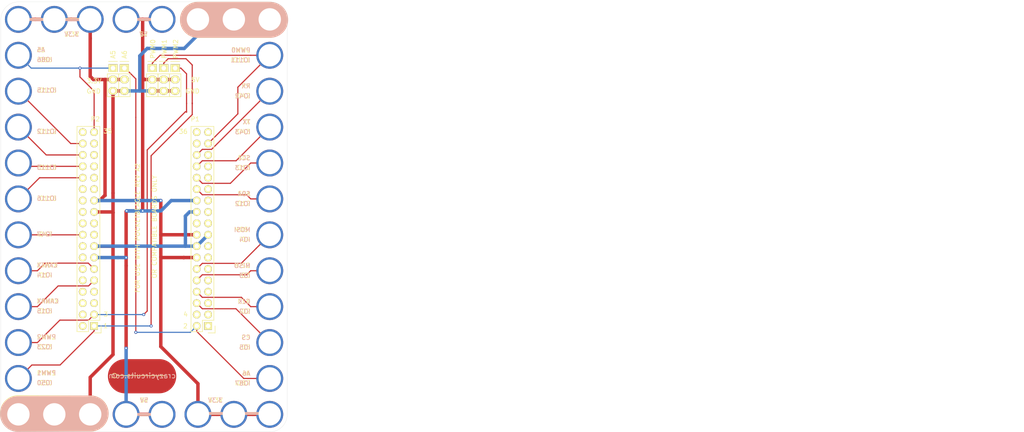
<source format=kicad_pcb>
(kicad_pcb (version 4) (host pcbnew 4.0.7-e2-6376~58~ubuntu16.04.1)

  (general
    (links 58)
    (no_connects 0)
    (area 35.018999 27.8 263.164559 126.083321)
    (thickness 1.6)
    (drawings 12)
    (tracks 206)
    (zones 0)
    (modules 7)
    (nets 24)
  )

  (page USLetter)
  (title_block
    (title "8x12 PocketBeagle Breakout")
    (date "02 Aug 2018")
    (rev 1.0)
    (company "All rights reserved.")
    (comment 1 help@browndoggadgets.com)
    (comment 2 http://browndoggadgets.com/)
    (comment 3 "Brown Dog Gadgets")
  )

  (layers
    (0 F.Cu signal)
    (31 B.Cu signal)
    (34 B.Paste user)
    (35 F.Paste user)
    (36 B.SilkS user)
    (37 F.SilkS user)
    (38 B.Mask user)
    (39 F.Mask user)
    (40 Dwgs.User user)
    (44 Edge.Cuts user)
    (46 B.CrtYd user)
    (47 F.CrtYd user)
    (48 B.Fab user)
    (49 F.Fab user)
  )

  (setup
    (last_trace_width 0.254)
    (user_trace_width 0.1524)
    (user_trace_width 0.254)
    (user_trace_width 0.3302)
    (user_trace_width 0.508)
    (user_trace_width 0.762)
    (user_trace_width 1.27)
    (trace_clearance 0.254)
    (zone_clearance 0.508)
    (zone_45_only no)
    (trace_min 0.1524)
    (segment_width 0.1524)
    (edge_width 0.1524)
    (via_size 0.6858)
    (via_drill 0.3302)
    (via_min_size 0.6858)
    (via_min_drill 0.3302)
    (user_via 0.6858 0.3302)
    (user_via 0.762 0.4064)
    (user_via 0.8636 0.508)
    (uvia_size 0.6858)
    (uvia_drill 0.3302)
    (uvias_allowed no)
    (uvia_min_size 0)
    (uvia_min_drill 0)
    (pcb_text_width 0.1524)
    (pcb_text_size 1.016 1.016)
    (mod_edge_width 0.1524)
    (mod_text_size 1.016 1.016)
    (mod_text_width 0.1524)
    (pad_size 6 6)
    (pad_drill 4.98)
    (pad_to_mask_clearance 0.0762)
    (solder_mask_min_width 0.1016)
    (pad_to_paste_clearance -0.0762)
    (aux_axis_origin 0 0)
    (visible_elements FFFEDF7D)
    (pcbplotparams
      (layerselection 0x310fc_80000001)
      (usegerberextensions true)
      (excludeedgelayer true)
      (linewidth 0.100000)
      (plotframeref false)
      (viasonmask false)
      (mode 1)
      (useauxorigin false)
      (hpglpennumber 1)
      (hpglpenspeed 20)
      (hpglpendiameter 15)
      (hpglpenoverlay 2)
      (psnegative false)
      (psa4output false)
      (plotreference true)
      (plotvalue true)
      (plotinvisibletext false)
      (padsonsilk false)
      (subtractmaskfromsilk false)
      (outputformat 1)
      (mirror false)
      (drillshape 0)
      (scaleselection 1)
      (outputdirectory gerbers))
  )

  (net 0 "")
  (net 1 3.3V)
  (net 2 GND)
  (net 3 /A6)
  (net 4 /A5)
  (net 5 5V)
  (net 6 /GPIO116)
  (net 7 /GPIO113)
  (net 8 /GPIO115)
  (net 9 /GPIO112)
  (net 10 /GPIO47)
  (net 11 /PWM1)
  (net 12 /PWM2)
  (net 13 /CAN_RX)
  (net 14 /CAN_TX)
  (net 15 /SPI_CS)
  (net 16 /SPI_CLK)
  (net 17 /SPI_MISO)
  (net 18 /SPI_MOSI)
  (net 19 /I2C_SDA)
  (net 20 /I2C_SCL)
  (net 21 /UART_TX)
  (net 22 /UART_RX)
  (net 23 /PWM0)

  (net_class Default "This is the default net class."
    (clearance 0.254)
    (trace_width 0.254)
    (via_dia 0.6858)
    (via_drill 0.3302)
    (uvia_dia 0.6858)
    (uvia_drill 0.3302)
    (add_net /A5)
    (add_net /A6)
    (add_net /CAN_RX)
    (add_net /CAN_TX)
    (add_net /GPIO112)
    (add_net /GPIO113)
    (add_net /GPIO115)
    (add_net /GPIO116)
    (add_net /GPIO47)
    (add_net /I2C_SCL)
    (add_net /I2C_SDA)
    (add_net /PWM0)
    (add_net /PWM1)
    (add_net /PWM2)
    (add_net /SPI_CLK)
    (add_net /SPI_CS)
    (add_net /SPI_MISO)
    (add_net /SPI_MOSI)
    (add_net /UART_RX)
    (add_net /UART_TX)
    (add_net 3.3V)
    (add_net 5V)
    (add_net GND)
  )

  (module Crazy_NonLego:CONN-HEADER-STRAIGHT-P2.54MM-1x03 (layer F.Cu) (tedit 5B673889) (tstamp 5B6466A4)
    (at 60.452 44.7675)
    (descr "Through hole pin header")
    (tags "pin header")
    (path /5B67D38F)
    (fp_text reference J4 (at 0.25 3) (layer F.Fab)
      (effects (font (size 1 1) (thickness 0.15)))
    )
    (fp_text value HEADER (at -3 3 90) (layer F.Fab) hide
      (effects (font (size 1 1) (thickness 0.15)))
    )
    (fp_line (start 1.25 6.9) (end -1.25 6.9) (layer F.Fab) (width 0.0508))
    (fp_line (start 1.25 -1.75) (end 1.25 6.9) (layer F.Fab) (width 0.0508))
    (fp_line (start -1.25 -1.75) (end -1.25 6.9) (layer F.Fab) (width 0.0508))
    (fp_line (start 1.25 -1.75) (end -1.25 -1.75) (layer F.Fab) (width 0.0508))
    (fp_text user %R (at 0 -2.75) (layer F.SilkS) hide
      (effects (font (size 1 1) (thickness 0.15)))
    )
    (fp_line (start -1.25 -1.75) (end -1.25 6.85) (layer F.CrtYd) (width 0.05))
    (fp_line (start 1.25 -1.75) (end 1.25 6.85) (layer F.CrtYd) (width 0.05))
    (fp_line (start -1.25 -1.75) (end 1.25 -1.75) (layer F.CrtYd) (width 0.05))
    (fp_line (start -1.25 6.85) (end 1.25 6.85) (layer F.CrtYd) (width 0.05))
    (fp_line (start -1.27 1.27) (end -1.27 6.35) (layer F.SilkS) (width 0.15))
    (fp_line (start -1.27 6.35) (end 1.27 6.35) (layer F.SilkS) (width 0.15))
    (fp_line (start 1.27 6.35) (end 1.27 1.27) (layer F.SilkS) (width 0.15))
    (fp_line (start 1.27 1.27) (end -1.27 1.27) (layer F.SilkS) (width 0.15))
    (fp_line (start -1 -1.5) (end 1 -1.5) (layer F.SilkS) (width 0.15))
    (pad 1 thru_hole rect (at 0 0) (size 2.032 1.7272) (drill 1.016) (layers *.Cu *.Mask F.SilkS)
      (net 4 /A5))
    (pad 2 thru_hole oval (at 0 2.54) (size 2.032 1.7272) (drill 1.016) (layers *.Cu *.Mask F.SilkS)
      (net 1 3.3V))
    (pad 3 thru_hole oval (at 0 5.08) (size 2.032 1.7272) (drill 1.016) (layers *.Cu *.Mask F.SilkS)
      (net 2 GND))
  )

  (module Crazy_NonLego:CONN-HEADER-STRAIGHT-P2.54MM-1x03 (layer F.Cu) (tedit 5B673884) (tstamp 5B64667A)
    (at 62.992 44.7675)
    (descr "Through hole pin header")
    (tags "pin header")
    (path /5B67DF01)
    (fp_text reference J5 (at 0.25 3) (layer F.Fab)
      (effects (font (size 1 1) (thickness 0.15)))
    )
    (fp_text value HEADER (at -3 3 90) (layer F.Fab) hide
      (effects (font (size 1 1) (thickness 0.15)))
    )
    (fp_line (start 1.25 6.9) (end -1.25 6.9) (layer F.Fab) (width 0.0508))
    (fp_line (start 1.25 -1.75) (end 1.25 6.9) (layer F.Fab) (width 0.0508))
    (fp_line (start -1.25 -1.75) (end -1.25 6.9) (layer F.Fab) (width 0.0508))
    (fp_line (start 1.25 -1.75) (end -1.25 -1.75) (layer F.Fab) (width 0.0508))
    (fp_text user %R (at 0 -2.75) (layer F.SilkS) hide
      (effects (font (size 1 1) (thickness 0.15)))
    )
    (fp_line (start -1.25 -1.75) (end -1.25 6.85) (layer F.CrtYd) (width 0.05))
    (fp_line (start 1.25 -1.75) (end 1.25 6.85) (layer F.CrtYd) (width 0.05))
    (fp_line (start -1.25 -1.75) (end 1.25 -1.75) (layer F.CrtYd) (width 0.05))
    (fp_line (start -1.25 6.85) (end 1.25 6.85) (layer F.CrtYd) (width 0.05))
    (fp_line (start -1.27 1.27) (end -1.27 6.35) (layer F.SilkS) (width 0.15))
    (fp_line (start -1.27 6.35) (end 1.27 6.35) (layer F.SilkS) (width 0.15))
    (fp_line (start 1.27 6.35) (end 1.27 1.27) (layer F.SilkS) (width 0.15))
    (fp_line (start 1.27 1.27) (end -1.27 1.27) (layer F.SilkS) (width 0.15))
    (fp_line (start -1 -1.5) (end 1 -1.5) (layer F.SilkS) (width 0.15))
    (pad 1 thru_hole rect (at 0 0) (size 2.032 1.7272) (drill 1.016) (layers *.Cu *.Mask F.SilkS)
      (net 3 /A6))
    (pad 2 thru_hole oval (at 0 2.54) (size 2.032 1.7272) (drill 1.016) (layers *.Cu *.Mask F.SilkS)
      (net 1 3.3V))
    (pad 3 thru_hole oval (at 0 5.08) (size 2.032 1.7272) (drill 1.016) (layers *.Cu *.Mask F.SilkS)
      (net 2 GND))
  )

  (module Crazy_NonLego:CONN-HEADER-STRAIGHT-P2.54MM-1x03 (layer F.Cu) (tedit 5AF1BEF3) (tstamp 5B6898A8)
    (at 69.215 44.7675)
    (descr "Through hole pin header")
    (tags "pin header")
    (path /5B687160)
    (fp_text reference J1 (at 0.25 3 180) (layer F.Fab)
      (effects (font (size 1 1) (thickness 0.15)))
    )
    (fp_text value HEADER (at -3 3 90) (layer F.Fab) hide
      (effects (font (size 1 1) (thickness 0.15)))
    )
    (fp_line (start 1.25 6.9) (end -1.25 6.9) (layer F.Fab) (width 0.0508))
    (fp_line (start 1.25 -1.75) (end 1.25 6.9) (layer F.Fab) (width 0.0508))
    (fp_line (start -1.25 -1.75) (end -1.25 6.9) (layer F.Fab) (width 0.0508))
    (fp_line (start 1.25 -1.75) (end -1.25 -1.75) (layer F.Fab) (width 0.0508))
    (fp_text user %R (at 0 -2.75) (layer F.SilkS) hide
      (effects (font (size 1 1) (thickness 0.15)))
    )
    (fp_line (start -1.25 -1.75) (end -1.25 6.85) (layer F.CrtYd) (width 0.05))
    (fp_line (start 1.25 -1.75) (end 1.25 6.85) (layer F.CrtYd) (width 0.05))
    (fp_line (start -1.25 -1.75) (end 1.25 -1.75) (layer F.CrtYd) (width 0.05))
    (fp_line (start -1.25 6.85) (end 1.25 6.85) (layer F.CrtYd) (width 0.05))
    (fp_line (start -1.27 1.27) (end -1.27 6.35) (layer F.SilkS) (width 0.15))
    (fp_line (start -1.27 6.35) (end 1.27 6.35) (layer F.SilkS) (width 0.15))
    (fp_line (start 1.27 6.35) (end 1.27 1.27) (layer F.SilkS) (width 0.15))
    (fp_line (start 1.27 1.27) (end -1.27 1.27) (layer F.SilkS) (width 0.15))
    (fp_line (start -1 -1.5) (end 1 -1.5) (layer F.SilkS) (width 0.15))
    (pad 1 thru_hole rect (at 0 0) (size 2.032 1.7272) (drill 1.016) (layers *.Cu *.Mask F.SilkS)
      (net 23 /PWM0))
    (pad 2 thru_hole oval (at 0 2.54) (size 2.032 1.7272) (drill 1.016) (layers *.Cu *.Mask F.SilkS)
      (net 5 5V))
    (pad 3 thru_hole oval (at 0 5.08) (size 2.032 1.7272) (drill 1.016) (layers *.Cu *.Mask F.SilkS)
      (net 2 GND))
  )

  (module Crazy_NonLego:CONN-HEADER-STRAIGHT-P2.54MM-1x03 (layer F.Cu) (tedit 5AF1BEF3) (tstamp 5B6898BD)
    (at 71.755 44.7675)
    (descr "Through hole pin header")
    (tags "pin header")
    (path /5B68720A)
    (fp_text reference J2 (at 0.25 3 180) (layer F.Fab)
      (effects (font (size 1 1) (thickness 0.15)))
    )
    (fp_text value HEADER (at -3 3 90) (layer F.Fab) hide
      (effects (font (size 1 1) (thickness 0.15)))
    )
    (fp_line (start 1.25 6.9) (end -1.25 6.9) (layer F.Fab) (width 0.0508))
    (fp_line (start 1.25 -1.75) (end 1.25 6.9) (layer F.Fab) (width 0.0508))
    (fp_line (start -1.25 -1.75) (end -1.25 6.9) (layer F.Fab) (width 0.0508))
    (fp_line (start 1.25 -1.75) (end -1.25 -1.75) (layer F.Fab) (width 0.0508))
    (fp_text user %R (at 0 -2.75) (layer F.SilkS) hide
      (effects (font (size 1 1) (thickness 0.15)))
    )
    (fp_line (start -1.25 -1.75) (end -1.25 6.85) (layer F.CrtYd) (width 0.05))
    (fp_line (start 1.25 -1.75) (end 1.25 6.85) (layer F.CrtYd) (width 0.05))
    (fp_line (start -1.25 -1.75) (end 1.25 -1.75) (layer F.CrtYd) (width 0.05))
    (fp_line (start -1.25 6.85) (end 1.25 6.85) (layer F.CrtYd) (width 0.05))
    (fp_line (start -1.27 1.27) (end -1.27 6.35) (layer F.SilkS) (width 0.15))
    (fp_line (start -1.27 6.35) (end 1.27 6.35) (layer F.SilkS) (width 0.15))
    (fp_line (start 1.27 6.35) (end 1.27 1.27) (layer F.SilkS) (width 0.15))
    (fp_line (start 1.27 1.27) (end -1.27 1.27) (layer F.SilkS) (width 0.15))
    (fp_line (start -1 -1.5) (end 1 -1.5) (layer F.SilkS) (width 0.15))
    (pad 1 thru_hole rect (at 0 0) (size 2.032 1.7272) (drill 1.016) (layers *.Cu *.Mask F.SilkS)
      (net 11 /PWM1))
    (pad 2 thru_hole oval (at 0 2.54) (size 2.032 1.7272) (drill 1.016) (layers *.Cu *.Mask F.SilkS)
      (net 5 5V))
    (pad 3 thru_hole oval (at 0 5.08) (size 2.032 1.7272) (drill 1.016) (layers *.Cu *.Mask F.SilkS)
      (net 2 GND))
  )

  (module Crazy_NonLego:CONN-HEADER-STRAIGHT-P2.54MM-1x03 (layer F.Cu) (tedit 5AF1BEF3) (tstamp 5B6898D2)
    (at 74.295 44.7675)
    (descr "Through hole pin header")
    (tags "pin header")
    (path /5B68755C)
    (fp_text reference J3 (at 0.25 3 180) (layer F.Fab)
      (effects (font (size 1 1) (thickness 0.15)))
    )
    (fp_text value HEADER (at -3 3 90) (layer F.Fab) hide
      (effects (font (size 1 1) (thickness 0.15)))
    )
    (fp_line (start 1.25 6.9) (end -1.25 6.9) (layer F.Fab) (width 0.0508))
    (fp_line (start 1.25 -1.75) (end 1.25 6.9) (layer F.Fab) (width 0.0508))
    (fp_line (start -1.25 -1.75) (end -1.25 6.9) (layer F.Fab) (width 0.0508))
    (fp_line (start 1.25 -1.75) (end -1.25 -1.75) (layer F.Fab) (width 0.0508))
    (fp_text user %R (at 0 -2.75) (layer F.SilkS) hide
      (effects (font (size 1 1) (thickness 0.15)))
    )
    (fp_line (start -1.25 -1.75) (end -1.25 6.85) (layer F.CrtYd) (width 0.05))
    (fp_line (start 1.25 -1.75) (end 1.25 6.85) (layer F.CrtYd) (width 0.05))
    (fp_line (start -1.25 -1.75) (end 1.25 -1.75) (layer F.CrtYd) (width 0.05))
    (fp_line (start -1.25 6.85) (end 1.25 6.85) (layer F.CrtYd) (width 0.05))
    (fp_line (start -1.27 1.27) (end -1.27 6.35) (layer F.SilkS) (width 0.15))
    (fp_line (start -1.27 6.35) (end 1.27 6.35) (layer F.SilkS) (width 0.15))
    (fp_line (start 1.27 6.35) (end 1.27 1.27) (layer F.SilkS) (width 0.15))
    (fp_line (start 1.27 1.27) (end -1.27 1.27) (layer F.SilkS) (width 0.15))
    (fp_line (start -1 -1.5) (end 1 -1.5) (layer F.SilkS) (width 0.15))
    (pad 1 thru_hole rect (at 0 0) (size 2.032 1.7272) (drill 1.016) (layers *.Cu *.Mask F.SilkS)
      (net 12 /PWM2))
    (pad 2 thru_hole oval (at 0 2.54) (size 2.032 1.7272) (drill 1.016) (layers *.Cu *.Mask F.SilkS)
      (net 5 5V))
    (pad 3 thru_hole oval (at 0 5.08) (size 2.032 1.7272) (drill 1.016) (layers *.Cu *.Mask F.SilkS)
      (net 2 GND))
  )

  (module Crazy_Circuits:LOGO-CRAZY-1x2 (layer F.Cu) (tedit 58FE5DC6) (tstamp 5B68EB16)
    (at 66.929 117.348)
    (descr LOGO)
    (tags LOGO)
    (fp_text reference LOGO (at 0 -3.52806) (layer F.Fab)
      (effects (font (size 1 1) (thickness 0.15)))
    )
    (fp_text value "BROWN DOG" (at -0.381 -10.414) (layer B.SilkS) hide
      (effects (font (size 1.27 1.27) (thickness 0.254)) (justify mirror))
    )
    (fp_text user crazycircuits.com (at 0 -4.064) (layer B.SilkS)
      (effects (font (size 1.143 1.143) (thickness 0.1778)) (justify mirror))
    )
    (fp_line (start 6.096 -5.2705) (end 4.953 -4.318) (layer F.Mask) (width 0.1524))
    (fp_line (start 4.7625 -4.318) (end 6.096 -5.2705) (layer F.Mask) (width 0.1524))
    (fp_line (start 5.715 -5.1435) (end 4.7625 -4.318) (layer F.Mask) (width 0.1524))
    (fp_line (start 4.6355 -4.3815) (end 5.715 -5.1435) (layer F.Mask) (width 0.1524))
    (fp_line (start 5.5245 -5.08) (end 4.6355 -4.3815) (layer F.Mask) (width 0.1524))
    (fp_line (start 4.3815 -4.318) (end 5.5245 -5.08) (layer F.Mask) (width 0.1524))
    (fp_line (start 5.207 -4.953) (end 4.3815 -4.318) (layer F.Mask) (width 0.1524))
    (fp_line (start 4.2545 -4.3815) (end 5.207 -4.953) (layer F.Mask) (width 0.1524))
    (fp_line (start 5.0165 -4.953) (end 4.2545 -4.3815) (layer F.Mask) (width 0.1524))
    (fp_line (start 4.2545 -4.5085) (end 5.0165 -4.953) (layer F.Mask) (width 0.1524))
    (fp_line (start 4.7625 -4.953) (end 4.2545 -4.5085) (layer F.Mask) (width 0.1524))
    (fp_line (start 4.191 -4.6355) (end 4.7625 -4.953) (layer F.Mask) (width 0.1524))
    (fp_line (start 4.7625 -5.1435) (end 4.191 -4.6355) (layer F.Mask) (width 0.1524))
    (fp_line (start 4.7625 -5.2705) (end 4.1275 -4.7625) (layer F.Mask) (width 0.1524))
    (fp_line (start 4.8895 -5.461) (end 4.064 -4.8895) (layer F.Mask) (width 0.1524))
    (fp_line (start 4.8895 -5.588) (end 4.064 -5.0165) (layer F.Mask) (width 0.1524))
    (fp_line (start 3.048 -4.3815) (end 2.413 -5.2705) (layer F.Mask) (width 0.254))
    (fp_line (start 4.953 -4.2545) (end 2.9845 -4.2545) (layer F.Mask) (width 0.1524))
    (fp_line (start 6.5405 -5.3975) (end 4.953 -4.2545) (layer F.Mask) (width 0.1524))
    (fp_line (start 4.7625 -4.953) (end 6.5405 -5.3975) (layer F.Mask) (width 0.1524))
    (fp_line (start 5.08 -5.842) (end 4.7625 -4.953) (layer F.Mask) (width 0.1524))
    (fp_line (start 4.0005 -5.1435) (end 5.08 -5.842) (layer F.Mask) (width 0.1524))
    (fp_line (start 3.175 -6.604) (end 4.0005 -5.08) (layer F.Mask) (width 0.1524))
    (fp_line (start 3.2385 -5.207) (end 3.175 -6.604) (layer F.Mask) (width 0.1524))
    (fp_line (start 2.159 -5.461) (end 3.2385 -5.207) (layer F.Mask) (width 0.1524))
    (fp_line (start 2.9845 -4.2545) (end 2.159 -5.461) (layer F.Mask) (width 0.1524))
    (fp_line (start -5.588 -4.064) (end 5.08 -4.064) (layer F.SilkS) (width 0.1524))
    (fp_circle (center -6.1595 -4.064) (end -5.82208 -3.683) (layer F.SilkS) (width 0.1524))
    (fp_text user CRAZY (at -2.032 -5.588) (layer F.SilkS) hide
      (effects (font (thickness 0.381)))
    )
    (fp_line (start 3.9 -7.8) (end -3.9 -7.8) (layer F.Fab) (width 0.04064))
    (fp_line (start 3.9 0) (end -3.9 0) (layer F.Fab) (width 0.04064))
    (fp_arc (start 3.9 -3.9) (end 3.9 -7.8) (angle 90) (layer F.Fab) (width 0.04064))
    (fp_arc (start 3.9 -3.9) (end 7.8 -3.9) (angle 90) (layer F.Fab) (width 0.04064))
    (fp_arc (start -3.9 -3.9) (end -3.9 0) (angle 90) (layer F.Fab) (width 0.04064))
    (fp_arc (start -3.9 -3.9) (end -7.8 -3.9) (angle 90) (layer F.Fab) (width 0.04064))
    (fp_text user CIRCUITS (at 0.254 -2.286) (layer F.SilkS) hide
      (effects (font (thickness 0.381)))
    )
    (fp_line (start 3.2385 -4.3815) (end 2.6035 -5.2705) (layer F.Mask) (width 0.254))
    (fp_line (start 3.429 -4.3815) (end 2.8575 -5.207) (layer F.Mask) (width 0.254))
    (fp_line (start 3.556 -4.3815) (end 3.1115 -5.1435) (layer F.Mask) (width 0.254))
    (fp_line (start 3.81 -4.3815) (end 3.3655 -5.207) (layer F.Mask) (width 0.254))
    (fp_line (start 4.0005 -4.3815) (end 3.429 -5.461) (layer F.Mask) (width 0.254))
    (fp_line (start 4.191 -4.3815) (end 3.302 -6.096) (layer F.Mask) (width 0.254))
    (fp_line (start 3.3655 -5.3975) (end 3.302 -6.223) (layer F.Mask) (width 0.254))
    (pad BG smd oval (at 0 -3.937) (size 15.24 7.62) (layers F.Cu))
  )

  (module Crazy_Circuits:POCKET-BEAGLE-8x12 (layer F.Cu) (tedit 5B687682) (tstamp 5B686823)
    (at 39.373 33.909)
    (descr "8-lead dip package, row spacing 7.62 mm (300 mils)")
    (tags "dil dip 2.54 300")
    (path /5B67D22A)
    (fp_text reference J6 (at -2.54 -5.08) (layer F.SilkS) hide
      (effects (font (size 1 1) (thickness 0.15)))
    )
    (fp_text value POCKET-BEAGLE (at 28.575 46.99) (layer F.Fab)
      (effects (font (size 1 1) (thickness 0.15)))
    )
    (fp_text user P2 (at 17.145 22.225) (layer F.SilkS)
      (effects (font (size 1 1) (thickness 0.15)))
    )
    (fp_text user P1 (at 39.37 22.225) (layer F.SilkS)
      (effects (font (size 1 1) (thickness 0.15)))
    )
    (fp_text user "OR COMPATIBLE BOARDS ONLY" (at 30.32 46.205 90) (layer F.SilkS)
      (effects (font (size 1 1) (thickness 0.15)))
    )
    (fp_text user "FOR USE WITH POCKETBEAGLE REV A2" (at 26.54 46.482 90) (layer F.SilkS)
      (effects (font (size 1 1) (thickness 0.15)))
    )
    (fp_text user A6 (at 50.775239 78.87371) (layer B.SilkS)
      (effects (font (size 1 1) (thickness 0.15)) (justify mirror))
    )
    (fp_line (start 16.1 87.8) (end -0.1 87.75) (layer F.SilkS) (width 8))
    (fp_line (start 56 -3.9) (end 0 -3.9) (layer Edge.Cuts) (width 0.04064))
    (fp_line (start -0.1 91.9) (end 56 91.9) (layer Edge.Cuts) (width 0.04064))
    (fp_line (start 59.9 88) (end 59.9 0) (layer Edge.Cuts) (width 0.04064))
    (fp_arc (start 56 0) (end 56 -3.9) (angle 89.9) (layer Edge.Cuts) (width 0.04064))
    (fp_arc (start 56 88) (end 59.9 88) (angle 90) (layer Edge.Cuts) (width 0.04064))
    (fp_line (start -3.9 0) (end -3.9 88) (layer Edge.Cuts) (width 0.04064))
    (fp_arc (start 0 88) (end 0 91.9) (angle 89.9) (layer Edge.Cuts) (width 0.04064))
    (fp_arc (start 0 0) (end -3.9 0) (angle 90) (layer Edge.Cuts) (width 0.04064))
    (fp_line (start 56 -3.9) (end 0 -3.9) (layer F.Fab) (width 0.04064))
    (fp_line (start 8 91.9) (end 56 91.9) (layer F.Fab) (width 0.04064))
    (fp_line (start 59.9 88) (end 59.9 0) (layer F.Fab) (width 0.04064))
    (fp_arc (start 56 0) (end 56 -3.9) (angle 89.9) (layer F.Fab) (width 0.04064))
    (fp_arc (start 56 88) (end 59.9 88) (angle 90) (layer F.Fab) (width 0.04064))
    (fp_line (start -3.9 0) (end -3.9 88) (layer F.Fab) (width 0.04064))
    (fp_arc (start 0 88) (end 0 91.9) (angle 89.9) (layer F.Fab) (width 0.04064))
    (fp_arc (start 0 0) (end -3.9 0) (angle 90) (layer F.Fab) (width 0.04064))
    (fp_line (start 40 0.1) (end 56.1 0.1) (layer B.SilkS) (width 8))
    (fp_line (start 23.8 88) (end 32.1 88) (layer F.SilkS) (width 0.6))
    (fp_line (start -0.5 0) (end 16.3 0) (layer F.SilkS) (width 0.6))
    (fp_line (start 23.3 0) (end 31.9 0) (layer B.SilkS) (width 0.6))
    (fp_line (start 39.8 87.8) (end 56.2 87.8) (layer F.SilkS) (width 0.6))
    (fp_text user IO87 (at 49.965715 81.07371) (layer B.SilkS)
      (effects (font (size 1 1) (thickness 0.15)) (justify mirror))
    )
    (fp_text user 3.3V (at 11.873 3.316) (layer F.SilkS)
      (effects (font (size 1 1) (thickness 0.15)))
    )
    (fp_text user 5V (at 28 84.857) (layer B.SilkS)
      (effects (font (size 1 1) (thickness 0.15)) (justify mirror))
    )
    (fp_text user 5V (at 27.873 3.316) (layer F.SilkS)
      (effects (font (size 1 1) (thickness 0.15)))
    )
    (fp_text user 3.3V (at 43.873 84.857) (layer F.SilkS)
      (effects (font (size 1 1) (thickness 0.15)))
    )
    (fp_text user IO5 (at 50.441906 73.07371) (layer B.SilkS)
      (effects (font (size 1 1) (thickness 0.15)) (justify mirror))
    )
    (fp_text user IO2 (at 50.441906 65.07371) (layer B.SilkS)
      (effects (font (size 1 1) (thickness 0.15)) (justify mirror))
    )
    (fp_text user IO4 (at 50.441906 49.07371) (layer B.SilkS)
      (effects (font (size 1 1) (thickness 0.15)) (justify mirror))
    )
    (fp_text user IO12 (at 49.965715 41.07371) (layer B.SilkS)
      (effects (font (size 1 1) (thickness 0.15)) (justify mirror))
    )
    (fp_text user IO13 (at 49.965715 33.07371) (layer B.SilkS)
      (effects (font (size 1 1) (thickness 0.15)) (justify mirror))
    )
    (fp_text user IO111 (at 49.489525 9.07371) (layer B.SilkS)
      (effects (font (size 1 1) (thickness 0.15)) (justify mirror))
    )
    (fp_text user IO43 (at 49.965715 25.07371) (layer B.SilkS)
      (effects (font (size 1 1) (thickness 0.15)) (justify mirror))
    )
    (fp_text user CS (at 50.70381 70.87371) (layer B.SilkS)
      (effects (font (size 1 1) (thickness 0.15)) (justify mirror))
    )
    (fp_text user CLK (at 50.275239 62.87371) (layer B.SilkS)
      (effects (font (size 1 1) (thickness 0.15)) (justify mirror))
    )
    (fp_text user MOSI (at 49.870477 46.87371) (layer B.SilkS)
      (effects (font (size 1 1) (thickness 0.15)) (justify mirror))
    )
    (fp_text user SDA (at 50.275239 38.87371) (layer B.SilkS)
      (effects (font (size 1 1) (thickness 0.15)) (justify mirror))
    )
    (fp_text user SCL (at 50.299048 30.87371) (layer B.SilkS)
      (effects (font (size 1 1) (thickness 0.15)) (justify mirror))
    )
    (fp_text user PWM0 (at 49.560953 6.87371) (layer B.SilkS)
      (effects (font (size 1 1) (thickness 0.15)) (justify mirror))
    )
    (fp_text user RX (at 50.70381 14.87371) (layer B.SilkS)
      (effects (font (size 1 1) (thickness 0.15)) (justify mirror))
    )
    (fp_text user IO116 (at 6.324326 39.87815) (layer B.SilkS)
      (effects (font (size 1 1) (thickness 0.15)) (justify mirror))
    )
    (fp_text user IO113 (at 6.324326 32.97815) (layer B.SilkS)
      (effects (font (size 1 1) (thickness 0.15)) (justify mirror))
    )
    (fp_text user IO112 (at 6.324326 24.97815) (layer B.SilkS)
      (effects (font (size 1 1) (thickness 0.15)) (justify mirror))
    )
    (fp_text user IO50 (at 5.848135 80.97815) (layer B.SilkS)
      (effects (font (size 1 1) (thickness 0.15)) (justify mirror))
    )
    (fp_text user PWM2 (at 6.252897 70.77815) (layer B.SilkS)
      (effects (font (size 1 1) (thickness 0.15)) (justify mirror))
    )
    (fp_text user PWM1 (at 6.252897 78.77815) (layer B.SilkS)
      (effects (font (size 1 1) (thickness 0.15)) (justify mirror))
    )
    (fp_text user IO23 (at 5.848135 72.97815) (layer B.SilkS)
      (effects (font (size 1 1) (thickness 0.15)) (justify mirror))
    )
    (fp_text user CANRX (at 6.562421 62.77815) (layer B.SilkS)
      (effects (font (size 1 1) (thickness 0.15)) (justify mirror))
    )
    (fp_text user IO15 (at 5.848135 64.97815) (layer B.SilkS)
      (effects (font (size 1 1) (thickness 0.15)) (justify mirror))
    )
    (fp_text user IO47 (at 5.848135 47.87815) (layer B.SilkS)
      (effects (font (size 1 1) (thickness 0.15)) (justify mirror))
    )
    (fp_text user A6 (at 50.775239 78.829924) (layer F.SilkS)
      (effects (font (size 1 1) (thickness 0.15)))
    )
    (fp_text user IO87 (at 49.965715 81.029924) (layer F.SilkS)
      (effects (font (size 1 1) (thickness 0.15)))
    )
    (fp_text user CS (at 50.70381 70.829924) (layer F.SilkS)
      (effects (font (size 1 1) (thickness 0.15)))
    )
    (fp_text user IO5 (at 50.441906 73.029924) (layer F.SilkS)
      (effects (font (size 1 1) (thickness 0.15)))
    )
    (fp_text user IO2 (at 50.441906 65.029924) (layer F.SilkS)
      (effects (font (size 1 1) (thickness 0.15)))
    )
    (fp_text user CLK (at 50.275239 62.829924) (layer F.SilkS)
      (effects (font (size 1 1) (thickness 0.15)))
    )
    (fp_text user PWM0 (at 49.560953 6.829924) (layer F.SilkS)
      (effects (font (size 1 1) (thickness 0.15)))
    )
    (fp_text user IO43 (at 49.965715 25.029924) (layer F.SilkS)
      (effects (font (size 1 1) (thickness 0.15)))
    )
    (fp_text user IO111 (at 49.489525 9.029924) (layer F.SilkS)
      (effects (font (size 1 1) (thickness 0.15)))
    )
    (fp_text user RX (at 50.70381 14.829924) (layer F.SilkS)
      (effects (font (size 1 1) (thickness 0.15)))
    )
    (fp_text user IO4 (at 50.441906 49.029924) (layer F.SilkS)
      (effects (font (size 1 1) (thickness 0.15)))
    )
    (fp_text user IO12 (at 49.965715 41.029924) (layer F.SilkS)
      (effects (font (size 1 1) (thickness 0.15)))
    )
    (fp_text user IO13 (at 49.965715 33.029924) (layer F.SilkS)
      (effects (font (size 1 1) (thickness 0.15)))
    )
    (fp_text user MOSI (at 49.870477 46.829924 180) (layer F.SilkS)
      (effects (font (size 1 1) (thickness 0.15)))
    )
    (fp_text user SDA (at 50.275239 38.829924) (layer F.SilkS)
      (effects (font (size 1 1) (thickness 0.15)))
    )
    (fp_text user SCL (at 50.299048 30.829924) (layer F.SilkS)
      (effects (font (size 1 1) (thickness 0.15)))
    )
    (fp_text user IO116 (at 6.324326 39.902014) (layer F.SilkS)
      (effects (font (size 1 1) (thickness 0.15)))
    )
    (fp_text user IO113 (at 6.324326 33.002014) (layer F.SilkS)
      (effects (font (size 1 1) (thickness 0.15)))
    )
    (fp_text user IO112 (at 6.324326 25.002014) (layer F.SilkS)
      (effects (font (size 1 1) (thickness 0.15)))
    )
    (fp_text user IO47 (at 5.848135 47.902014) (layer F.SilkS)
      (effects (font (size 1 1) (thickness 0.15)))
    )
    (fp_text user PWM2 (at 6.252897 70.802014) (layer F.SilkS)
      (effects (font (size 1 1) (thickness 0.15)))
    )
    (fp_text user CANRX (at 6.562421 62.802014) (layer F.SilkS)
      (effects (font (size 1 1) (thickness 0.15)))
    )
    (fp_text user IO15 (at 5.848135 65.002014) (layer F.SilkS)
      (effects (font (size 1 1) (thickness 0.15)))
    )
    (fp_text user IO50 (at 5.848135 81.002014) (layer F.SilkS)
      (effects (font (size 1 1) (thickness 0.15)))
    )
    (fp_text user PWM1 (at 6.252897 78.802014) (layer F.SilkS)
      (effects (font (size 1 1) (thickness 0.15)))
    )
    (fp_text user IO23 (at 5.848135 73.002014) (layer F.SilkS)
      (effects (font (size 1 1) (thickness 0.15)))
    )
    (fp_text user 3.3V (at 11.873 3.316) (layer B.SilkS)
      (effects (font (size 1 1) (thickness 0.15)) (justify mirror))
    )
    (fp_text user 5V (at 27.873 3.316) (layer B.SilkS)
      (effects (font (size 1 1) (thickness 0.15)) (justify mirror))
    )
    (fp_text user 5V (at 28 84.857) (layer F.SilkS)
      (effects (font (size 1 1) (thickness 0.15)))
    )
    (fp_text user 3.3V (at 43.873 84.857) (layer B.SilkS)
      (effects (font (size 1 1) (thickness 0.15)) (justify mirror))
    )
    (fp_line (start -0.5 0) (end 16.8 0.1) (layer B.SilkS) (width 0.6))
    (fp_line (start 23.3 0) (end 31.9 0) (layer F.SilkS) (width 0.6))
    (fp_line (start 40 0.1) (end 55.9 0.1) (layer F.SilkS) (width 8))
    (fp_line (start 16.1 87.8) (end -0.1 87.9) (layer B.SilkS) (width 8))
    (fp_line (start 32.9 88) (end 24.3 88) (layer B.SilkS) (width 0.6))
    (fp_line (start 56.7 87.8) (end 39.8 87.8) (layer B.SilkS) (width 0.6))
    (fp_text user IO42 (at 49.965715 17.07371) (layer B.SilkS)
      (effects (font (size 1 1) (thickness 0.15)) (justify mirror))
    )
    (fp_text user IO42 (at 49.965715 17.029924) (layer F.SilkS)
      (effects (font (size 1 1) (thickness 0.15)))
    )
    (fp_text user IO3 (at 50.441906 57.07371) (layer B.SilkS)
      (effects (font (size 1 1) (thickness 0.15)) (justify mirror))
    )
    (fp_text user MISO (at 49.870477 54.87371) (layer B.SilkS)
      (effects (font (size 1 1) (thickness 0.15)) (justify mirror))
    )
    (fp_text user IO3 (at 50.441906 57.029924) (layer F.SilkS)
      (effects (font (size 1 1) (thickness 0.15)))
    )
    (fp_text user MISO (at 49.870477 54.829924 180) (layer F.SilkS)
      (effects (font (size 1 1) (thickness 0.15)))
    )
    (fp_text user TX (at 50.822858 22.87371) (layer B.SilkS)
      (effects (font (size 1 1) (thickness 0.15)) (justify mirror))
    )
    (fp_text user TX (at 50.822858 22.829924) (layer F.SilkS)
      (effects (font (size 1 1) (thickness 0.15)))
    )
    (fp_text user IO14 (at 5.848135 56.97815) (layer B.SilkS)
      (effects (font (size 1 1) (thickness 0.15)) (justify mirror))
    )
    (fp_text user CANTX (at 6.443374 54.77815) (layer B.SilkS)
      (effects (font (size 1 1) (thickness 0.15)) (justify mirror))
    )
    (fp_text user IO14 (at 5.848135 57.002014) (layer F.SilkS)
      (effects (font (size 1 1) (thickness 0.15)))
    )
    (fp_text user CANTX (at 6.443374 54.802014) (layer F.SilkS)
      (effects (font (size 1 1) (thickness 0.15)))
    )
    (fp_text user IO115 (at 6.324326 15.77815) (layer B.SilkS)
      (effects (font (size 1 1) (thickness 0.15)) (justify mirror))
    )
    (fp_text user IO115 (at 6.324326 15.802014) (layer F.SilkS)
      (effects (font (size 1 1) (thickness 0.15)))
    )
    (fp_text user IO86 (at 5.848135 8.97815) (layer B.SilkS)
      (effects (font (size 1 1) (thickness 0.15)) (justify mirror))
    )
    (fp_text user A5 (at 5.038612 6.77815) (layer B.SilkS)
      (effects (font (size 1 1) (thickness 0.15)) (justify mirror))
    )
    (fp_text user IO86 (at 5.848135 9.002014) (layer F.SilkS)
      (effects (font (size 1 1) (thickness 0.15)))
    )
    (fp_text user A5 (at 5.038612 6.802014) (layer F.SilkS)
      (effects (font (size 1 1) (thickness 0.15)))
    )
    (fp_text user "SD CARD" (at 28.161484 28.273392 180) (layer F.Fab)
      (effects (font (size 1 1) (thickness 0.15)))
    )
    (fp_line (start 21.151484 35.413392) (end 35.091484 35.413392) (layer F.Fab) (width 0.127))
    (fp_line (start 21.151484 35.393392) (end 21.151484 19.253392) (layer F.Fab) (width 0.127))
    (fp_text user USB (at 28.131484 72.703392 180) (layer F.Fab)
      (effects (font (size 1 1) (thickness 0.15)))
    )
    (fp_line (start 31.081484 71.143392) (end 25.161484 71.143392) (layer F.Fab) (width 0.127))
    (fp_line (start 31.081484 74.253392) (end 31.081484 71.143392) (layer F.Fab) (width 0.127))
    (fp_text user 2 (at 37.207675 68.333392 180) (layer F.SilkS)
      (effects (font (size 1 1) (thickness 0.15)))
    )
    (fp_text user 1 (at 19.441484 68.263392 180) (layer F.SilkS)
      (effects (font (size 1 1) (thickness 0.15)))
    )
    (fp_text user P2 (at 15.671484 46.89 180) (layer F.Fab)
      (effects (font (size 1 1) (thickness 0.15)))
    )
    (fp_line (start 45.828326 64.229008) (end 45.828326 29.229008) (layer F.Fab) (width 0.15))
    (fp_arc (start 35.828326 29.229008) (end 45.828326 29.229008) (angle -90) (layer F.Fab) (width 0.15))
    (fp_line (start 35.828326 19.229008) (end 20.828326 19.229008) (layer F.Fab) (width 0.15))
    (fp_arc (start 20.828326 29.229008) (end 20.828326 19.229008) (angle -90) (layer F.Fab) (width 0.15))
    (fp_line (start 10.828326 29.229008) (end 10.828326 64.229008) (layer F.Fab) (width 0.15))
    (fp_arc (start 20.828326 64.229008) (end 10.828326 64.229008) (angle -90) (layer F.Fab) (width 0.15))
    (fp_line (start 20.828326 74.229008) (end 35.828326 74.229008) (layer F.Fab) (width 0.15))
    (fp_arc (start 35.828326 64.229008) (end 35.828326 74.229008) (angle -90) (layer F.Fab) (width 0.15))
    (fp_line (start 44.021484 70.053392) (end 44.021484 23.353392) (layer F.Fab) (width 0.05))
    (fp_line (start 37.971484 70.053392) (end 37.971484 23.353392) (layer F.Fab) (width 0.05))
    (fp_line (start 44.021484 70.053392) (end 37.971484 70.053392) (layer F.Fab) (width 0.05))
    (fp_line (start 44.021484 23.353392) (end 37.971484 23.353392) (layer F.Fab) (width 0.05))
    (fp_line (start 38.461484 69.573392) (end 38.461484 23.853392) (layer F.SilkS) (width 0.15))
    (fp_line (start 43.541484 23.853392) (end 43.541484 67.033392) (layer F.SilkS) (width 0.15))
    (fp_line (start 38.461484 23.853392) (end 43.541484 23.853392) (layer F.SilkS) (width 0.15))
    (fp_line (start 38.461484 69.573392) (end 41.001484 69.573392) (layer F.SilkS) (width 0.15))
    (fp_line (start 42.271484 69.853392) (end 43.821484 69.853392) (layer F.SilkS) (width 0.15))
    (fp_line (start 41.001484 69.573392) (end 41.001484 67.033392) (layer F.SilkS) (width 0.15))
    (fp_line (start 41.001484 67.033392) (end 43.541484 67.033392) (layer F.SilkS) (width 0.15))
    (fp_line (start 43.821484 69.853392) (end 43.821484 68.303392) (layer F.SilkS) (width 0.15))
    (fp_line (start 13.061484 69.573392) (end 13.061484 23.853392) (layer F.SilkS) (width 0.15))
    (fp_line (start 18.141484 23.853392) (end 18.141484 67.033392) (layer F.SilkS) (width 0.15))
    (fp_line (start 13.061484 23.853392) (end 18.141484 23.853392) (layer F.SilkS) (width 0.15))
    (fp_line (start 15.601484 69.573392) (end 15.601484 67.033392) (layer F.SilkS) (width 0.15))
    (fp_line (start 15.601484 67.033392) (end 18.141484 67.033392) (layer F.SilkS) (width 0.15))
    (fp_line (start 18.421484 69.853392) (end 18.421484 68.303392) (layer F.SilkS) (width 0.15))
    (fp_line (start 16.871484 69.853392) (end 18.421484 69.853392) (layer F.SilkS) (width 0.15))
    (fp_line (start 13.061484 69.573392) (end 15.601484 69.573392) (layer F.SilkS) (width 0.15))
    (fp_line (start 18.621484 70.053392) (end 18.621484 23.353392) (layer F.Fab) (width 0.05))
    (fp_line (start 18.621484 70.053392) (end 12.571484 70.053392) (layer F.Fab) (width 0.05))
    (fp_line (start 12.571484 70.053392) (end 12.571484 23.353392) (layer F.Fab) (width 0.05))
    (fp_line (start 18.621484 23.353392) (end 12.571484 23.353392) (layer F.Fab) (width 0.05))
    (fp_text user P1 (at 40.905 46.89 180) (layer F.Fab)
      (effects (font (size 1 1) (thickness 0.15)))
    )
    (fp_text user 36 (at 36.731484 24.983392 180) (layer F.SilkS)
      (effects (font (size 1 1) (thickness 0.15)))
    )
    (fp_text user 35 (at 19.917674 24.903392 180) (layer F.SilkS)
      (effects (font (size 1 1) (thickness 0.15)))
    )
    (fp_text user 4 (at 37.251484 65.703392 180) (layer F.SilkS)
      (effects (font (size 1 1) (thickness 0.15)))
    )
    (fp_text user 3 (at 19.481484 65.703392 180) (layer F.SilkS)
      (effects (font (size 1 1) (thickness 0.15)))
    )
    (fp_line (start 25.161484 74.253392) (end 25.161484 71.143392) (layer F.Fab) (width 0.127))
    (fp_line (start 35.091484 35.393392) (end 35.091484 19.253392) (layer F.Fab) (width 0.127))
    (pad P126 thru_hole circle (at 56 40 270) (size 6 6) (drill 4.98) (layers *.Cu *.Mask)
      (net 19 /I2C_SDA))
    (pad P128 thru_hole circle (at 55.999 32 270) (size 6 6) (drill 4.98) (layers *.Cu *.Mask)
      (net 20 /I2C_SCL))
    (pad P132 thru_hole circle (at 55.999 16 270) (size 6 6) (drill 4.98) (layers *.Cu *.Mask)
      (net 22 /UART_RX))
    (pad P112 thru_hole circle (at 55.999 48 270) (size 6 6) (drill 4.98) (layers *.Cu *.Mask)
      (net 18 /SPI_MOSI))
    (pad P133 thru_hole circle (at 55.999 8 270) (size 6 6) (drill 4.98) (layers *.Cu *.Mask)
      (net 23 /PWM0))
    (pad P130 thru_hole circle (at 55.999 24 270) (size 6 6) (drill 4.98) (layers *.Cu *.Mask)
      (net 21 /UART_TX))
    (pad P110 thru_hole circle (at 56 56 270) (size 6 6) (drill 4.98) (layers *.Cu *.Mask)
      (net 17 /SPI_MISO))
    (pad P108 thru_hole circle (at 56 64 270) (size 6 6) (drill 4.98) (layers *.Cu *.Mask)
      (net 16 /SPI_CLK))
    (pad P122 thru_hole circle (at 55.999 0 270) (size 6 6) (drill 4.98) (layers *.Cu *.Mask)
      (net 2 GND))
    (pad P122 thru_hole circle (at 48 0 270) (size 6 6) (drill 4.98) (layers *.Cu *.Mask)
      (net 2 GND))
    (pad P223 thru_hole circle (at 16 0 270) (size 6 6) (drill 4.98) (layers *.Cu *.Mask)
      (net 1 3.3V))
    (pad P223 thru_hole circle (at 8 0 270) (size 6 6) (drill 4.98) (layers *.Cu *.Mask)
      (net 1 3.3V))
    (pad P122 thru_hole circle (at 16 88 270) (size 6 6) (drill 4.98) (layers *.Cu *.Mask)
      (net 2 GND))
    (pad P122 thru_hole circle (at 8 88 270) (size 6 6) (drill 4.98) (layers *.Cu *.Mask)
      (net 2 GND))
    (pad P223 thru_hole circle (at 55.999 88 270) (size 6 6) (drill 4.98) (layers *.Cu *.Mask)
      (net 1 3.3V))
    (pad P213 thru_hole circle (at 32 88 270) (size 6 6) (drill 4.98) (layers *.Cu *.Mask)
      (net 5 5V))
    (pad P122 thru_hole circle (at 0 88 270) (size 6 6) (drill 4.98) (layers *.Cu *.Mask)
      (net 2 GND))
    (pad P209 thru_hole circle (at 0 64 270) (size 6 6) (drill 4.98) (layers *.Cu *.Mask)
      (net 13 /CAN_RX))
    (pad P211 thru_hole circle (at 0 56 270) (size 6 6) (drill 4.98) (layers *.Cu *.Mask)
      (net 14 /CAN_TX))
    (pad P218 thru_hole circle (at 0 48 270) (size 6 6) (drill 4.98) (layers *.Cu *.Mask)
      (net 10 /GPIO47))
    (pad P228 thru_hole circle (at 0 40 270) (size 6 6) (drill 4.98) (layers *.Cu *.Mask)
      (net 6 /GPIO116))
    (pad P230 thru_hole circle (at 0 32 270) (size 6 6) (drill 4.98) (layers *.Cu *.Mask)
      (net 7 /GPIO113))
    (pad P232 thru_hole circle (at 0 24 270) (size 6 6) (drill 4.98) (layers *.Cu *.Mask)
      (net 9 /GPIO112))
    (pad P234 thru_hole circle (at 0 16 270) (size 6 6) (drill 4.98) (layers *.Cu *.Mask)
      (net 8 /GPIO115))
    (pad P235 thru_hole circle (at 0 8 270) (size 6 6) (drill 4.98) (layers *.Cu *.Mask)
      (net 4 /A5))
    (pad P223 thru_hole circle (at 0 0 270) (size 6 6) (drill 4.98) (layers *.Cu *.Mask)
      (net 1 3.3V))
    (pad P106 thru_hole circle (at 56 72 270) (size 6 6) (drill 4.98) (layers *.Cu *.Mask)
      (net 15 /SPI_CS))
    (pad P203 thru_hole circle (at 0 72 270) (size 6 6) (drill 4.98) (layers *.Cu *.Mask)
      (net 12 /PWM2))
    (pad P213 thru_hole circle (at 24 0 270) (size 6 6) (drill 4.98) (layers *.Cu *.Mask)
      (net 5 5V))
    (pad P213 thru_hole circle (at 24 88 270) (size 6 6) (drill 4.98) (layers *.Cu *.Mask)
      (net 5 5V))
    (pad P213 thru_hole circle (at 32 0 270) (size 6 6) (drill 4.98) (layers *.Cu *.Mask)
      (net 5 5V))
    (pad P223 thru_hole circle (at 48 88 270) (size 6 6) (drill 4.98) (layers *.Cu *.Mask)
      (net 1 3.3V))
    (pad P201 thru_hole circle (at 0 80 270) (size 6 6) (drill 4.98) (layers *.Cu *.Mask)
      (net 11 /PWM1))
    (pad P102 thru_hole circle (at 56 80 270) (size 6 6) (drill 4.98) (layers *.Cu *.Mask)
      (net 3 /A6))
    (pad P122 thru_hole circle (at 40 0 270) (size 6 6) (drill 4.98) (layers *.Cu *.Mask)
      (net 2 GND))
    (pad P223 thru_hole circle (at 40 88 270) (size 6 6) (drill 4.98) (layers *.Cu *.Mask)
      (net 1 3.3V))
    (pad P101 thru_hole rect (at 42.271484 68.303392 180) (size 1.7272 1.7272) (drill 1.016) (layers *.Cu *.Mask F.SilkS))
    (pad P102 thru_hole oval (at 39.731484 68.303392 180) (size 1.7272 1.7272) (drill 1.016) (layers *.Cu *.Mask F.SilkS)
      (net 3 /A6))
    (pad P103 thru_hole oval (at 42.271484 65.763392 180) (size 1.7272 1.7272) (drill 1.016) (layers *.Cu *.Mask F.SilkS))
    (pad P104 thru_hole oval (at 39.731484 65.763392 180) (size 1.7272 1.7272) (drill 1.016) (layers *.Cu *.Mask F.SilkS))
    (pad P105 thru_hole oval (at 42.271484 63.223392 180) (size 1.7272 1.7272) (drill 1.016) (layers *.Cu *.Mask F.SilkS))
    (pad P106 thru_hole oval (at 39.731484 63.223392 180) (size 1.7272 1.7272) (drill 1.016) (layers *.Cu *.Mask F.SilkS)
      (net 15 /SPI_CS))
    (pad P107 thru_hole oval (at 42.271484 60.683392 180) (size 1.7272 1.7272) (drill 1.016) (layers *.Cu *.Mask F.SilkS))
    (pad P108 thru_hole oval (at 39.731484 60.683392 180) (size 1.7272 1.7272) (drill 1.016) (layers *.Cu *.Mask F.SilkS)
      (net 16 /SPI_CLK))
    (pad P109 thru_hole oval (at 42.271484 58.143392 180) (size 1.7272 1.7272) (drill 1.016) (layers *.Cu *.Mask F.SilkS))
    (pad P110 thru_hole oval (at 39.731484 58.143392 180) (size 1.7272 1.7272) (drill 1.016) (layers *.Cu *.Mask F.SilkS)
      (net 17 /SPI_MISO))
    (pad P111 thru_hole oval (at 42.271484 55.603392 180) (size 1.7272 1.7272) (drill 1.016) (layers *.Cu *.Mask F.SilkS))
    (pad P112 thru_hole oval (at 39.731484 55.603392 180) (size 1.7272 1.7272) (drill 1.016) (layers *.Cu *.Mask F.SilkS)
      (net 18 /SPI_MOSI))
    (pad P113 thru_hole oval (at 42.271484 53.063392 180) (size 1.7272 1.7272) (drill 1.016) (layers *.Cu *.Mask F.SilkS))
    (pad P114 thru_hole oval (at 39.731484 53.063392 180) (size 1.7272 1.7272) (drill 1.016) (layers *.Cu *.Mask F.SilkS)
      (net 1 3.3V))
    (pad P115 thru_hole oval (at 42.271484 50.523392 180) (size 1.7272 1.7272) (drill 1.016) (layers *.Cu *.Mask F.SilkS))
    (pad P116 thru_hole oval (at 39.731484 50.523392 180) (size 1.7272 1.7272) (drill 1.016) (layers *.Cu *.Mask F.SilkS)
      (net 2 GND))
    (pad P117 thru_hole oval (at 42.271484 47.983392 180) (size 1.7272 1.7272) (drill 1.016) (layers *.Cu *.Mask F.SilkS)
      (net 2 GND))
    (pad P118 thru_hole oval (at 39.731484 47.983392 180) (size 1.7272 1.7272) (drill 1.016) (layers *.Cu *.Mask F.SilkS)
      (net 1 3.3V))
    (pad P119 thru_hole oval (at 42.271484 45.443392 180) (size 1.7272 1.7272) (drill 1.016) (layers *.Cu *.Mask F.SilkS))
    (pad P120 thru_hole oval (at 39.731484 45.443392 180) (size 1.7272 1.7272) (drill 1.016) (layers *.Cu *.Mask F.SilkS))
    (pad P121 thru_hole oval (at 42.271484 42.903392 180) (size 1.7272 1.7272) (drill 1.016) (layers *.Cu *.Mask F.SilkS))
    (pad P122 thru_hole oval (at 39.731484 42.903392 180) (size 1.7272 1.7272) (drill 1.016) (layers *.Cu *.Mask F.SilkS)
      (net 2 GND))
    (pad P123 thru_hole oval (at 42.271484 40.363392 180) (size 1.7272 1.7272) (drill 1.016) (layers *.Cu *.Mask F.SilkS))
    (pad P124 thru_hole oval (at 39.731484 40.363392 180) (size 1.7272 1.7272) (drill 1.016) (layers *.Cu *.Mask F.SilkS)
      (net 5 5V))
    (pad P125 thru_hole oval (at 42.271484 37.823392 180) (size 1.7272 1.7272) (drill 1.016) (layers *.Cu *.Mask F.SilkS))
    (pad P126 thru_hole oval (at 39.731484 37.823392 180) (size 1.7272 1.7272) (drill 1.016) (layers *.Cu *.Mask F.SilkS)
      (net 19 /I2C_SDA))
    (pad P127 thru_hole oval (at 42.271484 35.283392 180) (size 1.7272 1.7272) (drill 1.016) (layers *.Cu *.Mask F.SilkS))
    (pad P128 thru_hole oval (at 39.731484 35.283392 180) (size 1.7272 1.7272) (drill 1.016) (layers *.Cu *.Mask F.SilkS)
      (net 20 /I2C_SCL))
    (pad P129 thru_hole oval (at 42.271484 32.743392 180) (size 1.7272 1.7272) (drill 1.016) (layers *.Cu *.Mask F.SilkS))
    (pad P130 thru_hole oval (at 39.731484 32.743392 180) (size 1.7272 1.7272) (drill 1.016) (layers *.Cu *.Mask F.SilkS)
      (net 21 /UART_TX))
    (pad P131 thru_hole oval (at 42.271484 30.203392 180) (size 1.7272 1.7272) (drill 1.016) (layers *.Cu *.Mask F.SilkS))
    (pad P132 thru_hole oval (at 39.731484 30.203392 180) (size 1.7272 1.7272) (drill 1.016) (layers *.Cu *.Mask F.SilkS)
      (net 22 /UART_RX))
    (pad P133 thru_hole oval (at 42.271484 27.663392 180) (size 1.7272 1.7272) (drill 1.016) (layers *.Cu *.Mask F.SilkS)
      (net 23 /PWM0))
    (pad P134 thru_hole oval (at 39.731484 27.663392 180) (size 1.7272 1.7272) (drill 1.016) (layers *.Cu *.Mask F.SilkS))
    (pad P135 thru_hole oval (at 42.271484 25.123392 180) (size 1.7272 1.7272) (drill 1.016) (layers *.Cu *.Mask F.SilkS))
    (pad P136 thru_hole oval (at 39.731484 25.123392 180) (size 1.7272 1.7272) (drill 1.016) (layers *.Cu *.Mask F.SilkS))
    (pad P229 thru_hole oval (at 16.871484 32.743392 180) (size 1.7272 1.7272) (drill 1.016) (layers *.Cu *.Mask F.SilkS))
    (pad P227 thru_hole oval (at 16.871484 35.283392 180) (size 1.7272 1.7272) (drill 1.016) (layers *.Cu *.Mask F.SilkS))
    (pad P225 thru_hole oval (at 16.871484 37.823392 180) (size 1.7272 1.7272) (drill 1.016) (layers *.Cu *.Mask F.SilkS))
    (pad P226 thru_hole oval (at 14.331484 37.823392 180) (size 1.7272 1.7272) (drill 1.016) (layers *.Cu *.Mask F.SilkS))
    (pad P228 thru_hole oval (at 14.331484 35.283392 180) (size 1.7272 1.7272) (drill 1.016) (layers *.Cu *.Mask F.SilkS)
      (net 6 /GPIO116))
    (pad P230 thru_hole oval (at 14.331484 32.743392 180) (size 1.7272 1.7272) (drill 1.016) (layers *.Cu *.Mask F.SilkS)
      (net 7 /GPIO113))
    (pad P233 thru_hole oval (at 16.871484 27.663392 180) (size 1.7272 1.7272) (drill 1.016) (layers *.Cu *.Mask F.SilkS))
    (pad P234 thru_hole oval (at 14.331484 27.663392 180) (size 1.7272 1.7272) (drill 1.016) (layers *.Cu *.Mask F.SilkS)
      (net 8 /GPIO115))
    (pad P236 thru_hole oval (at 14.331484 25.123392 180) (size 1.7272 1.7272) (drill 1.016) (layers *.Cu *.Mask F.SilkS))
    (pad P231 thru_hole oval (at 16.871484 30.203392 180) (size 1.7272 1.7272) (drill 1.016) (layers *.Cu *.Mask F.SilkS))
    (pad P232 thru_hole oval (at 14.331484 30.203392 180) (size 1.7272 1.7272) (drill 1.016) (layers *.Cu *.Mask F.SilkS)
      (net 9 /GPIO112))
    (pad P235 thru_hole oval (at 16.871484 25.123392 180) (size 1.7272 1.7272) (drill 1.016) (layers *.Cu *.Mask F.SilkS)
      (net 4 /A5))
    (pad P224 thru_hole oval (at 14.331484 40.363392 180) (size 1.7272 1.7272) (drill 1.016) (layers *.Cu *.Mask F.SilkS))
    (pad P223 thru_hole oval (at 16.871484 40.363392 180) (size 1.7272 1.7272) (drill 1.016) (layers *.Cu *.Mask F.SilkS)
      (net 1 3.3V))
    (pad P219 thru_hole oval (at 16.871484 45.443392 180) (size 1.7272 1.7272) (drill 1.016) (layers *.Cu *.Mask F.SilkS))
    (pad P220 thru_hole oval (at 14.331484 45.443392 180) (size 1.7272 1.7272) (drill 1.016) (layers *.Cu *.Mask F.SilkS))
    (pad P222 thru_hole oval (at 14.331484 42.903392 180) (size 1.7272 1.7272) (drill 1.016) (layers *.Cu *.Mask F.SilkS))
    (pad P221 thru_hole oval (at 16.871484 42.903392 180) (size 1.7272 1.7272) (drill 1.016) (layers *.Cu *.Mask F.SilkS)
      (net 2 GND))
    (pad P214 thru_hole oval (at 14.331484 53.063392 180) (size 1.7272 1.7272) (drill 1.016) (layers *.Cu *.Mask F.SilkS))
    (pad P212 thru_hole oval (at 14.331484 55.603392 180) (size 1.7272 1.7272) (drill 1.016) (layers *.Cu *.Mask F.SilkS))
    (pad P211 thru_hole oval (at 16.871484 55.603392 180) (size 1.7272 1.7272) (drill 1.016) (layers *.Cu *.Mask F.SilkS)
      (net 14 /CAN_TX))
    (pad P213 thru_hole oval (at 16.871484 53.063392 180) (size 1.7272 1.7272) (drill 1.016) (layers *.Cu *.Mask F.SilkS)
      (net 5 5V))
    (pad P218 thru_hole oval (at 14.331484 47.983392 180) (size 1.7272 1.7272) (drill 1.016) (layers *.Cu *.Mask F.SilkS)
      (net 10 /GPIO47))
    (pad P217 thru_hole oval (at 16.871484 47.983392 180) (size 1.7272 1.7272) (drill 1.016) (layers *.Cu *.Mask F.SilkS))
    (pad P215 thru_hole oval (at 16.871484 50.523392 180) (size 1.7272 1.7272) (drill 1.016) (layers *.Cu *.Mask F.SilkS)
      (net 2 GND))
    (pad P216 thru_hole oval (at 14.331484 50.523392 180) (size 1.7272 1.7272) (drill 1.016) (layers *.Cu *.Mask F.SilkS))
    (pad P208 thru_hole oval (at 14.331484 60.683392 180) (size 1.7272 1.7272) (drill 1.016) (layers *.Cu *.Mask F.SilkS))
    (pad P209 thru_hole oval (at 16.871484 58.143392 180) (size 1.7272 1.7272) (drill 1.016) (layers *.Cu *.Mask F.SilkS)
      (net 13 /CAN_RX))
    (pad P205 thru_hole oval (at 16.871484 63.223392 180) (size 1.7272 1.7272) (drill 1.016) (layers *.Cu *.Mask F.SilkS))
    (pad P206 thru_hole oval (at 14.331484 63.223392 180) (size 1.7272 1.7272) (drill 1.016) (layers *.Cu *.Mask F.SilkS))
    (pad P207 thru_hole oval (at 16.871484 60.683392 180) (size 1.7272 1.7272) (drill 1.016) (layers *.Cu *.Mask F.SilkS))
    (pad P210 thru_hole oval (at 14.331484 58.143392 180) (size 1.7272 1.7272) (drill 1.016) (layers *.Cu *.Mask F.SilkS))
    (pad P201 thru_hole rect (at 16.871484 68.303392 180) (size 1.7272 1.7272) (drill 1.016) (layers *.Cu *.Mask F.SilkS)
      (net 11 /PWM1))
    (pad P202 thru_hole oval (at 14.331484 68.303392 180) (size 1.7272 1.7272) (drill 1.016) (layers *.Cu *.Mask F.SilkS))
    (pad P204 thru_hole oval (at 14.331484 65.763392 180) (size 1.7272 1.7272) (drill 1.016) (layers *.Cu *.Mask F.SilkS))
    (pad P203 thru_hole oval (at 16.871484 65.763392 180) (size 1.7272 1.7272) (drill 1.016) (layers *.Cu *.Mask F.SilkS)
      (net 12 /PWM2))
  )

  (gr_text CIRCUITS (at 67.31 114.554) (layer F.Mask) (tstamp 5B68EB2F)
    (effects (font (size 1.397 1.397) (thickness 0.254)))
  )
  (gr_text CRAZY (at 64.643 112.141) (layer F.Mask)
    (effects (font (size 1.397 1.397) (thickness 0.254)))
  )
  (gr_text GND (at 56.134 49.911) (layer F.SilkS) (tstamp 5B64697B)
    (effects (font (size 1.016 1.016) (thickness 0.1524)))
  )
  (gr_text 3.3V (at 56.230762 47.625) (layer F.SilkS) (tstamp 5B64697A)
    (effects (font (size 1.016 1.016) (thickness 0.1524)))
  )
  (gr_text A5 (at 60.452 41.746714 90) (layer F.SilkS)
    (effects (font (size 1.016 1.016) (thickness 0.1524)))
  )
  (gr_text "PWM2\n" (at 74.422 40.513 90) (layer F.SilkS)
    (effects (font (size 1.016 1.016) (thickness 0.1524)))
  )
  (gr_text PWM1 (at 71.882 40.513 90) (layer F.SilkS)
    (effects (font (size 1.016 1.016) (thickness 0.1524)))
  )
  (gr_text "PWM0\n" (at 69.342 40.513 90) (layer F.SilkS)
    (effects (font (size 1.016 1.016) (thickness 0.1524)))
  )
  (gr_text A6 (at 62.992 41.746714 90) (layer F.SilkS)
    (effects (font (size 1.016 1.016) (thickness 0.1524)))
  )
  (gr_text GND (at 78.1685 49.911) (layer F.SilkS)
    (effects (font (size 1.016 1.016) (thickness 0.1524)))
  )
  (gr_text 5V (at 78.797453 47.371) (layer F.SilkS)
    (effects (font (size 1.016 1.016) (thickness 0.1524)))
  )
  (gr_text "FABRICATION NOTES\n\n1. THIS IS A 2 LAYER BOARD. \n2. EXTERNAL LAYERS SHALL HAVE 1 OZ COPPER.\n3. MATERIAL: FR4 AND 0.062 INCH +/- 10% THICK.\n4. BOARDS SHALL BE ROHS COMPLIANT. \n5. MANUFACTURE IN ACCORDANCE WITH IPC-6012 CLASS 2\n6. MASK: BOTH SIDES OF THE BOARD SHALL HAVE \n   SOLDER MASK (ANY COLOR) OVER BARE COPPER. \n7. SILK: BOTH SIDES OF THE BOARD SHALL HAVE \n   WHITE SILKSCREEN. DO NOT PLACE SILK OVER BARE COPPER.\n8. FINISH: ENIG.\n9. MINIMUM TRACE WIDTH - 0.006 INCH.\n   MINIMUM SPACE - 0.006 INCH.\n   MINIMUM HOLE DIA - 0.013 INCH. \n10. MAX HOLE PLACEMENT TOLERANCE OF +/- 0.003 INCH.\n11. MAX HOLE DIAMETER TOLERANCE OF +/- 0.003 INCH AFTER PLATING.\n12. PANELIZING: V-SCORE ONLY. \n   DO NOT USE SUPPORT TABS OR MOUSEBITES." (at 120.3198 68.326) (layer Dwgs.User)
    (effects (font (size 2.54 2.54) (thickness 0.254)) (justify left))
  )

  (segment (start 71.097392 86.868) (end 71.097392 106.807) (width 0.762) (layer F.Cu) (net 1))
  (segment (start 79.373 121.909) (end 79.373 115.082608) (width 0.762) (layer F.Cu) (net 1))
  (segment (start 79.373 115.082608) (end 71.097392 106.807) (width 0.762) (layer F.Cu) (net 1))
  (segment (start 58.674 47.3075) (end 58.674 73.152) (width 0.762) (layer F.Cu) (net 1))
  (segment (start 58.58619 73.152) (end 58.674 73.152) (width 0.762) (layer F.Cu) (net 1))
  (segment (start 56.244484 74.272392) (end 57.465798 74.272392) (width 0.762) (layer F.Cu) (net 1))
  (segment (start 57.465798 74.272392) (end 58.58619 73.152) (width 0.762) (layer F.Cu) (net 1))
  (segment (start 60.452 47.3075) (end 58.674 47.3075) (width 0.762) (layer F.Cu) (net 1))
  (segment (start 62.992 47.3075) (end 60.452 47.3075) (width 0.762) (layer F.Cu) (net 1))
  (segment (start 56.0705 47.3075) (end 58.674 47.3075) (width 0.762) (layer F.Cu) (net 1))
  (segment (start 55.372 46.609) (end 56.0705 47.3075) (width 0.762) (layer F.Cu) (net 1))
  (segment (start 55.372 38.15264) (end 55.372 46.609) (width 0.762) (layer F.Cu) (net 1))
  (segment (start 55.373 33.909) (end 55.373 38.15164) (width 0.762) (layer F.Cu) (net 1))
  (segment (start 55.373 38.15164) (end 55.372 38.15264) (width 0.762) (layer F.Cu) (net 1))
  (segment (start 47.373 33.909) (end 43.13036 33.909) (width 0.762) (layer F.Cu) (net 1))
  (segment (start 43.13036 33.909) (end 39.373 33.909) (width 0.762) (layer F.Cu) (net 1))
  (segment (start 55.373 33.909) (end 51.13036 33.909) (width 0.762) (layer F.Cu) (net 1))
  (segment (start 51.13036 33.909) (end 47.373 33.909) (width 0.762) (layer F.Cu) (net 1))
  (segment (start 71.097392 81.915) (end 71.097392 86.868) (width 0.762) (layer F.Cu) (net 1))
  (segment (start 76.222608 86.972392) (end 71.201784 86.972392) (width 0.762) (layer F.Cu) (net 1))
  (segment (start 71.201784 86.972392) (end 71.097392 86.868) (width 0.762) (layer F.Cu) (net 1))
  (segment (start 71.097392 74.272392) (end 71.097392 81.915) (width 0.762) (layer F.Cu) (net 1))
  (segment (start 76.2 81.892392) (end 71.12 81.892392) (width 0.762) (layer F.Cu) (net 1))
  (segment (start 71.12 81.892392) (end 71.097392 81.915) (width 0.762) (layer F.Cu) (net 1))
  (via (at 71.097392 74.272392) (size 0.6858) (drill 0.3302) (layers F.Cu B.Cu) (net 1))
  (via (at 71.097392 74.272392) (size 0.6858) (drill 0.3302) (layers F.Cu B.Cu) (net 1))
  (segment (start 56.244484 74.272392) (end 71.097392 74.272392) (width 0.762) (layer B.Cu) (net 1))
  (segment (start 76.222608 86.972392) (end 76.2 86.995) (width 0.762) (layer F.Cu) (net 1))
  (segment (start 79.104484 86.972392) (end 76.222608 86.972392) (width 0.762) (layer F.Cu) (net 1))
  (segment (start 87.373 121.909) (end 91.61564 121.909) (width 0.762) (layer F.Cu) (net 1))
  (segment (start 91.61564 121.909) (end 95.372 121.909) (width 0.762) (layer F.Cu) (net 1))
  (segment (start 79.373 121.909) (end 83.61564 121.909) (width 0.762) (layer F.Cu) (net 1))
  (segment (start 83.61564 121.909) (end 87.373 121.909) (width 0.762) (layer F.Cu) (net 1))
  (segment (start 79.104484 81.892392) (end 76.2 81.892392) (width 0.762) (layer F.Cu) (net 1))
  (segment (start 76.2 81.892392) (end 76.177392 81.915) (width 0.762) (layer F.Cu) (net 1))
  (segment (start 55.373 121.909) (end 55.373 113.664) (width 0.762) (layer F.Cu) (net 2))
  (segment (start 55.373 113.664) (end 60.452 108.585) (width 0.762) (layer F.Cu) (net 2))
  (segment (start 60.452 108.585) (end 60.452 84.455) (width 0.762) (layer F.Cu) (net 2))
  (segment (start 79.502 37.211) (end 79.502 34.038) (width 0.762) (layer B.Cu) (net 2))
  (segment (start 79.502 34.038) (end 79.373 33.909) (width 0.762) (layer B.Cu) (net 2))
  (segment (start 76.327 40.386) (end 79.502 37.211) (width 0.762) (layer B.Cu) (net 2))
  (segment (start 68.072 40.386) (end 76.327 40.386) (width 0.762) (layer B.Cu) (net 2))
  (segment (start 66.421 42.037) (end 68.072 40.386) (width 0.762) (layer B.Cu) (net 2))
  (segment (start 66.421 49.8475) (end 69.215 49.8475) (width 0.762) (layer B.Cu) (net 2))
  (segment (start 66.421 49.8475) (end 66.421 42.037) (width 0.762) (layer B.Cu) (net 2))
  (segment (start 62.992 49.8475) (end 66.421 49.8475) (width 0.762) (layer B.Cu) (net 2))
  (segment (start 56.244484 84.432392) (end 76.581 84.432392) (width 0.762) (layer B.Cu) (net 2))
  (segment (start 76.581 84.432392) (end 79.104484 84.432392) (width 0.762) (layer B.Cu) (net 2))
  (segment (start 77.492608 76.812392) (end 76.581 77.724) (width 0.762) (layer B.Cu) (net 2))
  (segment (start 76.581 77.724) (end 76.581 84.432392) (width 0.762) (layer B.Cu) (net 2))
  (segment (start 79.104484 76.812392) (end 77.492608 76.812392) (width 0.762) (layer B.Cu) (net 2))
  (segment (start 60.452 84.455) (end 60.452 76.962) (width 0.762) (layer F.Cu) (net 2))
  (segment (start 56.244484 84.432392) (end 57.465798 84.432392) (width 0.762) (layer F.Cu) (net 2))
  (segment (start 57.465798 84.432392) (end 57.488406 84.455) (width 0.762) (layer F.Cu) (net 2))
  (segment (start 57.488406 84.455) (end 60.452 84.455) (width 0.762) (layer F.Cu) (net 2))
  (segment (start 60.452 76.962) (end 60.452 72.604876) (width 0.762) (layer F.Cu) (net 2))
  (segment (start 56.244484 76.812392) (end 60.302392 76.812392) (width 0.762) (layer F.Cu) (net 2))
  (segment (start 60.302392 76.812392) (end 60.452 76.962) (width 0.762) (layer F.Cu) (net 2))
  (segment (start 60.452 72.604876) (end 60.452 49.8475) (width 0.762) (layer F.Cu) (net 2))
  (segment (start 87.373 33.909) (end 79.373 33.909) (width 0.762) (layer B.Cu) (net 2))
  (segment (start 95.372 33.909) (end 87.373 33.909) (width 0.762) (layer B.Cu) (net 2))
  (segment (start 60.452 49.8475) (end 62.992 49.8475) (width 0.762) (layer F.Cu) (net 2))
  (segment (start 71.755 49.8475) (end 69.215 49.8475) (width 0.762) (layer F.Cu) (net 2))
  (segment (start 74.295 49.8475) (end 71.755 49.8475) (width 0.762) (layer F.Cu) (net 2))
  (segment (start 79.104484 84.432392) (end 81.644484 81.892392) (width 0.762) (layer B.Cu) (net 2))
  (segment (start 47.373 121.909) (end 55.373 121.909) (width 0.762) (layer B.Cu) (net 2))
  (segment (start 39.373 121.909) (end 47.373 121.909) (width 0.762) (layer B.Cu) (net 2))
  (segment (start 65.532 103.632) (end 77.684876 103.632) (width 0.254) (layer B.Cu) (net 3))
  (segment (start 77.684876 103.632) (end 79.104484 102.212392) (width 0.254) (layer B.Cu) (net 3))
  (via (at 65.532 103.632) (size 0.6858) (drill 0.3302) (layers F.Cu B.Cu) (net 3))
  (segment (start 65.532 102.108) (end 65.532 103.632) (width 0.254) (layer F.Cu) (net 3))
  (segment (start 65.532 55.753) (end 65.532 102.108) (width 0.254) (layer F.Cu) (net 3))
  (segment (start 65.532 47.1551) (end 65.532 55.753) (width 0.254) (layer F.Cu) (net 3))
  (segment (start 62.992 44.7675) (end 63.1444 44.7675) (width 0.254) (layer F.Cu) (net 3))
  (segment (start 63.1444 44.7675) (end 65.532 47.1551) (width 0.254) (layer F.Cu) (net 3))
  (segment (start 78.867 102.449876) (end 79.104484 102.212392) (width 0.254) (layer B.Cu) (net 3))
  (segment (start 79.104484 102.212392) (end 79.104484 103.433706) (width 0.254) (layer F.Cu) (net 3))
  (segment (start 79.104484 103.433706) (end 89.579778 113.909) (width 0.254) (layer F.Cu) (net 3))
  (segment (start 89.579778 113.909) (end 91.13036 113.909) (width 0.254) (layer F.Cu) (net 3))
  (segment (start 91.13036 113.909) (end 95.373 113.909) (width 0.254) (layer F.Cu) (net 3))
  (segment (start 60.452 44.7675) (end 53.086 44.7675) (width 0.254) (layer B.Cu) (net 4))
  (segment (start 53.086 44.7675) (end 42.2315 44.7675) (width 0.254) (layer B.Cu) (net 4))
  (segment (start 56.244484 49.894484) (end 53.086 46.736) (width 0.254) (layer F.Cu) (net 4))
  (segment (start 53.086 46.736) (end 53.086 44.7675) (width 0.254) (layer F.Cu) (net 4))
  (via (at 53.086 44.7675) (size 0.6858) (drill 0.3302) (layers F.Cu B.Cu) (net 4))
  (segment (start 56.244484 59.032392) (end 56.244484 49.894484) (width 0.254) (layer F.Cu) (net 4))
  (segment (start 42.2315 44.7675) (end 39.373 41.909) (width 0.254) (layer B.Cu) (net 4))
  (segment (start 63.373 107.188) (end 63.373 88.773) (width 0.762) (layer F.Cu) (net 5))
  (segment (start 63.373 121.909) (end 63.373 107.188) (width 0.762) (layer B.Cu) (net 5))
  (via (at 63.373 107.188) (size 0.6858) (drill 0.3302) (layers F.Cu B.Cu) (net 5))
  (segment (start 63.5 76.581) (end 67.056 76.581) (width 0.762) (layer B.Cu) (net 5))
  (via (at 67.056 76.581) (size 0.6858) (drill 0.3302) (layers F.Cu B.Cu) (net 5))
  (segment (start 67.056 46.9265) (end 67.056 76.581) (width 0.762) (layer F.Cu) (net 5))
  (segment (start 71.373 33.909) (end 67.056 33.909) (width 0.762) (layer F.Cu) (net 5))
  (segment (start 69.215 47.3075) (end 67.437 47.3075) (width 0.762) (layer F.Cu) (net 5))
  (segment (start 67.056 33.909) (end 63.373 33.909) (width 0.762) (layer F.Cu) (net 5))
  (segment (start 67.437 47.3075) (end 67.056 46.9265) (width 0.762) (layer F.Cu) (net 5))
  (segment (start 67.056 46.9265) (end 67.056 33.909) (width 0.762) (layer F.Cu) (net 5))
  (segment (start 74.295 47.3075) (end 71.755 47.3075) (width 0.762) (layer F.Cu) (net 5))
  (segment (start 69.215 47.3075) (end 71.755 47.3075) (width 0.762) (layer F.Cu) (net 5))
  (segment (start 63.373 86.995) (end 63.373 76.708) (width 0.762) (layer F.Cu) (net 5))
  (segment (start 63.373 76.708) (end 63.5 76.581) (width 0.762) (layer F.Cu) (net 5))
  (via (at 63.5 76.581) (size 0.6858) (drill 0.3302) (layers F.Cu B.Cu) (net 5))
  (segment (start 71.12 76.581) (end 63.5 76.581) (width 0.762) (layer B.Cu) (net 5))
  (segment (start 73.428608 74.272392) (end 71.12 76.581) (width 0.762) (layer B.Cu) (net 5))
  (segment (start 79.104484 74.272392) (end 73.428608 74.272392) (width 0.762) (layer B.Cu) (net 5))
  (segment (start 63.373 86.995) (end 63.373 88.773) (width 0.762) (layer F.Cu) (net 5))
  (segment (start 61.572392 86.972392) (end 63.350392 86.972392) (width 0.762) (layer B.Cu) (net 5))
  (via (at 63.373 86.995) (size 0.6858) (drill 0.3302) (layers F.Cu B.Cu) (net 5))
  (segment (start 63.350392 86.972392) (end 63.373 86.995) (width 0.762) (layer B.Cu) (net 5))
  (segment (start 63.373 121.909) (end 71.373 121.909) (width 0.762) (layer F.Cu) (net 5))
  (segment (start 56.244484 86.972392) (end 61.572392 86.972392) (width 0.762) (layer B.Cu) (net 5))
  (segment (start 53.704484 69.192392) (end 44.089608 69.192392) (width 0.254) (layer F.Cu) (net 6))
  (segment (start 44.089608 69.192392) (end 39.373 73.909) (width 0.254) (layer F.Cu) (net 6))
  (segment (start 53.704484 66.652392) (end 40.116392 66.652392) (width 0.254) (layer F.Cu) (net 7))
  (segment (start 40.116392 66.652392) (end 39.373 65.909) (width 0.254) (layer F.Cu) (net 7))
  (segment (start 53.704484 61.572392) (end 51.036392 61.572392) (width 0.254) (layer F.Cu) (net 8))
  (segment (start 51.036392 61.572392) (end 39.373 49.909) (width 0.254) (layer F.Cu) (net 8))
  (segment (start 53.704484 64.112392) (end 45.576392 64.112392) (width 0.254) (layer F.Cu) (net 9))
  (segment (start 45.576392 64.112392) (end 39.373 57.909) (width 0.254) (layer F.Cu) (net 9))
  (segment (start 39.373 81.909) (end 53.687876 81.909) (width 0.254) (layer F.Cu) (net 10))
  (segment (start 53.687876 81.909) (end 53.704484 81.892392) (width 0.254) (layer F.Cu) (net 10))
  (segment (start 78.105 44.069) (end 78.105 52.578) (width 0.254) (layer F.Cu) (net 11))
  (segment (start 78.105 52.578) (end 78.105 52.705) (width 0.254) (layer F.Cu) (net 11))
  (segment (start 68.938392 64.284608) (end 78.105 55.118) (width 0.254) (layer F.Cu) (net 11))
  (segment (start 78.105 55.118) (end 78.105 52.578) (width 0.254) (layer F.Cu) (net 11))
  (segment (start 68.938392 102.212392) (end 68.938392 64.284608) (width 0.254) (layer F.Cu) (net 11))
  (via (at 68.938392 102.212392) (size 0.6858) (drill 0.3302) (layers F.Cu B.Cu) (net 11))
  (segment (start 56.244484 102.212392) (end 68.938392 102.212392) (width 0.254) (layer B.Cu) (net 11))
  (segment (start 76.708 42.672) (end 78.105 44.069) (width 0.254) (layer F.Cu) (net 11))
  (segment (start 72.7329 42.672) (end 76.708 42.672) (width 0.254) (layer F.Cu) (net 11))
  (segment (start 71.755 44.7675) (end 71.755 43.6499) (width 0.254) (layer F.Cu) (net 11))
  (segment (start 71.755 43.6499) (end 72.7329 42.672) (width 0.254) (layer F.Cu) (net 11))
  (segment (start 39.373 113.909) (end 42.372999 110.909001) (width 0.254) (layer F.Cu) (net 11))
  (segment (start 42.372999 110.909001) (end 48.665475 110.909001) (width 0.254) (layer F.Cu) (net 11))
  (segment (start 48.665475 110.909001) (end 56.244484 103.329992) (width 0.254) (layer F.Cu) (net 11))
  (segment (start 56.244484 103.329992) (end 56.244484 102.212392) (width 0.254) (layer F.Cu) (net 11))
  (segment (start 76.835 54.483) (end 76.581 54.483) (width 0.254) (layer F.Cu) (net 12))
  (segment (start 76.581 54.483) (end 68.072 62.992) (width 0.254) (layer F.Cu) (net 12))
  (segment (start 68.072 62.992) (end 68.072 98.887784) (width 0.254) (layer F.Cu) (net 12))
  (segment (start 68.072 98.887784) (end 67.630291 99.329493) (width 0.254) (layer F.Cu) (net 12))
  (segment (start 67.630291 99.329493) (end 67.287392 99.672392) (width 0.254) (layer F.Cu) (net 12))
  (segment (start 76.835 54.483) (end 76.835 54.61) (width 0.254) (layer F.Cu) (net 12))
  (segment (start 76.835 52.578) (end 76.835 54.483) (width 0.254) (layer F.Cu) (net 12))
  (via (at 67.287392 99.672392) (size 0.6858) (drill 0.3302) (layers F.Cu B.Cu) (net 12))
  (segment (start 76.835 52.578) (end 76.835 52.705) (width 0.254) (layer F.Cu) (net 12))
  (segment (start 76.835 46.0375) (end 76.835 52.578) (width 0.254) (layer F.Cu) (net 12))
  (segment (start 56.244484 99.672392) (end 67.287392 99.672392) (width 0.254) (layer B.Cu) (net 12))
  (segment (start 74.295 44.7675) (end 75.565 44.7675) (width 0.254) (layer F.Cu) (net 12))
  (segment (start 75.565 44.7675) (end 76.835 46.0375) (width 0.254) (layer F.Cu) (net 12))
  (segment (start 39.373 105.909) (end 43.61564 105.909) (width 0.254) (layer F.Cu) (net 12))
  (segment (start 43.61564 105.909) (end 48.607647 100.916993) (width 0.254) (layer F.Cu) (net 12))
  (segment (start 48.607647 100.916993) (end 54.999883 100.916993) (width 0.254) (layer F.Cu) (net 12))
  (segment (start 54.999883 100.916993) (end 55.380885 100.535991) (width 0.254) (layer F.Cu) (net 12))
  (segment (start 55.380885 100.535991) (end 56.244484 99.672392) (width 0.254) (layer F.Cu) (net 12))
  (segment (start 39.373 97.909) (end 43.61564 97.909) (width 0.254) (layer F.Cu) (net 13))
  (segment (start 43.61564 97.909) (end 48.227647 93.296993) (width 0.254) (layer F.Cu) (net 13))
  (segment (start 48.227647 93.296993) (end 54.999883 93.296993) (width 0.254) (layer F.Cu) (net 13))
  (segment (start 54.999883 93.296993) (end 55.380885 92.915991) (width 0.254) (layer F.Cu) (net 13))
  (segment (start 55.380885 92.915991) (end 56.244484 92.052392) (width 0.254) (layer F.Cu) (net 13))
  (segment (start 56.244484 89.512392) (end 54.949085 88.216993) (width 0.254) (layer F.Cu) (net 14))
  (segment (start 54.949085 88.216993) (end 45.307647 88.216993) (width 0.254) (layer F.Cu) (net 14))
  (segment (start 43.61564 89.909) (end 39.373 89.909) (width 0.254) (layer F.Cu) (net 14))
  (segment (start 45.307647 88.216993) (end 43.61564 89.909) (width 0.254) (layer F.Cu) (net 14))
  (segment (start 95.373 105.909) (end 87.840993 98.376993) (width 0.254) (layer F.Cu) (net 15))
  (segment (start 87.840993 98.376993) (end 80.349085 98.376993) (width 0.254) (layer F.Cu) (net 15))
  (segment (start 80.349085 98.376993) (end 79.968083 97.995991) (width 0.254) (layer F.Cu) (net 15))
  (segment (start 79.968083 97.995991) (end 79.104484 97.132392) (width 0.254) (layer F.Cu) (net 15))
  (segment (start 95.373 97.909) (end 91.13036 97.909) (width 0.254) (layer F.Cu) (net 16))
  (segment (start 91.13036 97.909) (end 89.058353 95.836993) (width 0.254) (layer F.Cu) (net 16))
  (segment (start 89.058353 95.836993) (end 80.349085 95.836993) (width 0.254) (layer F.Cu) (net 16))
  (segment (start 80.349085 95.836993) (end 79.968083 95.455991) (width 0.254) (layer F.Cu) (net 16))
  (segment (start 79.968083 95.455991) (end 79.104484 94.592392) (width 0.254) (layer F.Cu) (net 16))
  (segment (start 95.373 89.909) (end 91.13036 89.909) (width 0.254) (layer F.Cu) (net 17))
  (segment (start 91.13036 89.909) (end 90.231569 90.807791) (width 0.254) (layer F.Cu) (net 17))
  (segment (start 90.231569 90.807791) (end 80.349085 90.807791) (width 0.254) (layer F.Cu) (net 17))
  (segment (start 80.349085 90.807791) (end 79.968083 91.188793) (width 0.254) (layer F.Cu) (net 17))
  (segment (start 79.968083 91.188793) (end 79.104484 92.052392) (width 0.254) (layer F.Cu) (net 17))
  (segment (start 79.104484 89.512392) (end 80.349085 88.267791) (width 0.254) (layer F.Cu) (net 18))
  (segment (start 89.013209 88.267791) (end 92.372001 84.908999) (width 0.254) (layer F.Cu) (net 18))
  (segment (start 80.349085 88.267791) (end 89.013209 88.267791) (width 0.254) (layer F.Cu) (net 18))
  (segment (start 92.372001 84.908999) (end 95.372 81.909) (width 0.254) (layer F.Cu) (net 18))
  (segment (start 95.373 73.909) (end 91.13036 73.909) (width 0.254) (layer F.Cu) (net 19))
  (segment (start 91.13036 73.909) (end 90.198353 72.976993) (width 0.254) (layer F.Cu) (net 19))
  (segment (start 90.198353 72.976993) (end 80.349085 72.976993) (width 0.254) (layer F.Cu) (net 19))
  (segment (start 80.349085 72.976993) (end 79.968083 72.595991) (width 0.254) (layer F.Cu) (net 19))
  (segment (start 79.968083 72.595991) (end 79.104484 71.732392) (width 0.254) (layer F.Cu) (net 19))
  (segment (start 95.372 65.909) (end 91.12936 65.909) (width 0.254) (layer F.Cu) (net 20))
  (segment (start 91.12936 65.909) (end 86.601367 70.436993) (width 0.254) (layer F.Cu) (net 20))
  (segment (start 86.601367 70.436993) (end 80.349085 70.436993) (width 0.254) (layer F.Cu) (net 20))
  (segment (start 80.349085 70.436993) (end 79.968083 70.055991) (width 0.254) (layer F.Cu) (net 20))
  (segment (start 79.968083 70.055991) (end 79.104484 69.192392) (width 0.254) (layer F.Cu) (net 20))
  (segment (start 87.876 65.405) (end 80.351876 65.405) (width 0.254) (layer F.Cu) (net 21))
  (segment (start 80.351876 65.405) (end 79.104484 66.652392) (width 0.254) (layer F.Cu) (net 21))
  (segment (start 95.372 57.909) (end 87.876 65.405) (width 0.254) (layer F.Cu) (net 21))
  (segment (start 79.104484 64.112392) (end 80.349085 62.867791) (width 0.254) (layer F.Cu) (net 22))
  (segment (start 80.349085 62.867791) (end 82.413209 62.867791) (width 0.254) (layer F.Cu) (net 22))
  (segment (start 82.413209 62.867791) (end 92.372001 52.908999) (width 0.254) (layer F.Cu) (net 22))
  (segment (start 92.372001 52.908999) (end 95.372 49.909) (width 0.254) (layer F.Cu) (net 22))
  (segment (start 69.215 44.7675) (end 69.215 43.6499) (width 0.254) (layer F.Cu) (net 23))
  (segment (start 69.215 43.6499) (end 70.9559 41.909) (width 0.254) (layer F.Cu) (net 23))
  (segment (start 70.9559 41.909) (end 91.12936 41.909) (width 0.254) (layer F.Cu) (net 23))
  (segment (start 91.12936 41.909) (end 95.372 41.909) (width 0.254) (layer F.Cu) (net 23))
  (segment (start 88.265 54.951876) (end 88.265 49.016) (width 0.254) (layer F.Cu) (net 23))
  (segment (start 88.265 49.016) (end 95.372 41.909) (width 0.254) (layer F.Cu) (net 23))
  (segment (start 81.644484 61.572392) (end 88.265 54.951876) (width 0.254) (layer F.Cu) (net 23))

)

</source>
